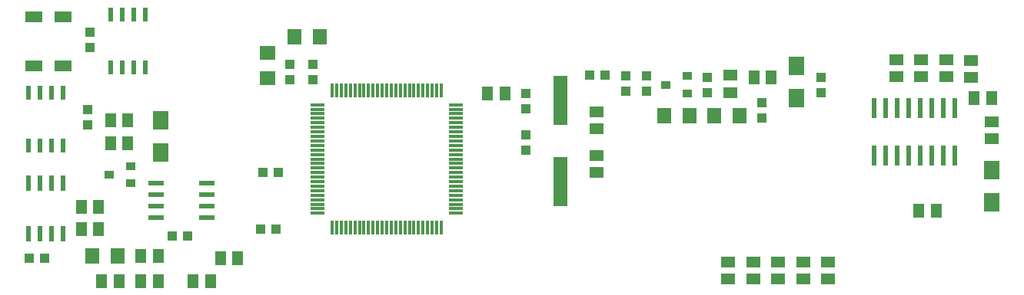
<source format=gtp>
%FSLAX42Y42*%
%MOMM*%
G71*
G01*
G75*
%ADD10C,0.20*%
%ADD11C,0.30*%
%ADD12R,1.00X0.85*%
%ADD13R,1.50X1.30*%
%ADD14R,1.00X1.10*%
%ADD15R,1.30X1.50*%
%ADD16R,1.10X1.00*%
%ADD17R,1.50X5.50*%
%ADD18R,1.80X1.60*%
%ADD19R,1.60X1.80*%
%ADD20R,0.30X1.60*%
%ADD21R,1.60X0.30*%
%ADD22R,1.80X0.60*%
%ADD23R,1.80X2.15*%
%ADD24R,0.60X2.20*%
%ADD25R,0.60X1.55*%
%ADD26R,1.90X1.30*%
%ADD27R,0.60X1.80*%
%ADD28C,0.25*%
%ADD29C,0.50*%
%ADD30C,0.40*%
%ADD31C,1.00*%
%ADD32C,1.50*%
%ADD33R,1.50X1.50*%
%ADD34C,1.60*%
%ADD35C,1.10*%
%ADD36C,0.60*%
%ADD37C,1.00*%
%ADD38C,1.20*%
%ADD39R,1.90X1.00*%
%ADD40R,1.50X1.00*%
%ADD41R,1.90X0.70*%
%ADD42R,2.80X1.50*%
%ADD43C,0.25*%
%ADD44C,0.13*%
%ADD45R,2.80X0.65*%
D12*
X7425Y-1525D02*
D03*
X7185Y-1430D02*
D03*
X7425Y-1335D02*
D03*
X1055Y-2425D02*
D03*
X1295Y-2330D02*
D03*
Y-2520D02*
D03*
D13*
X7900Y-1515D02*
D03*
X8150Y-3385D02*
D03*
Y-3575D02*
D03*
X8425Y-3385D02*
D03*
Y-3575D02*
D03*
X8700Y-3385D02*
D03*
Y-3575D02*
D03*
X8975Y-3385D02*
D03*
Y-3575D02*
D03*
X6425Y-2210D02*
D03*
Y-2400D02*
D03*
Y-1915D02*
D03*
Y-1725D02*
D03*
X7875Y-3385D02*
D03*
Y-3575D02*
D03*
X7900Y-1325D02*
D03*
X9725Y-1340D02*
D03*
Y-1150D02*
D03*
X10000Y-1340D02*
D03*
Y-1150D02*
D03*
X10775Y-1835D02*
D03*
Y-2025D02*
D03*
X10550Y-1160D02*
D03*
Y-1350D02*
D03*
X10275Y-1340D02*
D03*
Y-1150D02*
D03*
D14*
X7650Y-1520D02*
D03*
X5650Y-1980D02*
D03*
Y-2150D02*
D03*
X3050Y-1200D02*
D03*
Y-1370D02*
D03*
X6750Y-1500D02*
D03*
Y-1330D02*
D03*
X8250Y-1625D02*
D03*
Y-1795D02*
D03*
X5650Y-1525D02*
D03*
Y-1695D02*
D03*
X3300Y-1200D02*
D03*
Y-1370D02*
D03*
X6975Y-1500D02*
D03*
Y-1330D02*
D03*
X7650Y-1350D02*
D03*
X825Y-1875D02*
D03*
Y-1705D02*
D03*
X850Y-850D02*
D03*
Y-1020D02*
D03*
X8900Y-1350D02*
D03*
Y-1520D02*
D03*
D15*
X1985Y-3600D02*
D03*
X2175D02*
D03*
X1410D02*
D03*
X1600D02*
D03*
X2285Y-3350D02*
D03*
X2475D02*
D03*
X1410Y-3325D02*
D03*
X1600D02*
D03*
X5415Y-1525D02*
D03*
X5225D02*
D03*
X8160Y-1350D02*
D03*
X8350D02*
D03*
X1165Y-3600D02*
D03*
X975D02*
D03*
X1265Y-2075D02*
D03*
X1075D02*
D03*
X10585Y-1575D02*
D03*
X10775D02*
D03*
X940Y-3025D02*
D03*
X750D02*
D03*
X940Y-2775D02*
D03*
X750D02*
D03*
X10165Y-2825D02*
D03*
X9975D02*
D03*
X1075Y-1825D02*
D03*
X1265D02*
D03*
D16*
X2725Y-3025D02*
D03*
X2895D02*
D03*
X2750Y-2400D02*
D03*
X2920D02*
D03*
X6350Y-1325D02*
D03*
X6520D02*
D03*
X1750Y-3100D02*
D03*
X1920D02*
D03*
X350Y-3350D02*
D03*
X180D02*
D03*
D17*
X6025Y-1600D02*
D03*
Y-2500D02*
D03*
D18*
X2800Y-1355D02*
D03*
Y-1075D02*
D03*
D19*
X7170Y-1775D02*
D03*
X7450D02*
D03*
X8005D02*
D03*
X7725D02*
D03*
X3380Y-900D02*
D03*
X3100D02*
D03*
X1155Y-3325D02*
D03*
X875D02*
D03*
D20*
X4715Y-1490D02*
D03*
X4665D02*
D03*
X4615D02*
D03*
X4565D02*
D03*
X4515D02*
D03*
X4465D02*
D03*
X4415D02*
D03*
X4365D02*
D03*
X4315D02*
D03*
X4265D02*
D03*
X4215D02*
D03*
X4165D02*
D03*
X4115D02*
D03*
X4065D02*
D03*
X4015D02*
D03*
X3965D02*
D03*
X3915D02*
D03*
X3865D02*
D03*
X3815D02*
D03*
X3765D02*
D03*
X3715D02*
D03*
X3665D02*
D03*
X3615D02*
D03*
X3565D02*
D03*
X3515D02*
D03*
X4715Y-3010D02*
D03*
X4665D02*
D03*
X4615D02*
D03*
X4565D02*
D03*
X4515D02*
D03*
X4465D02*
D03*
X4415D02*
D03*
X4365D02*
D03*
X4315D02*
D03*
X4265D02*
D03*
X4215D02*
D03*
X4165D02*
D03*
X4115D02*
D03*
X4065D02*
D03*
X4015D02*
D03*
X3965D02*
D03*
X3915D02*
D03*
X3865D02*
D03*
X3815D02*
D03*
X3765D02*
D03*
X3715D02*
D03*
X3665D02*
D03*
X3615D02*
D03*
X3565D02*
D03*
X3515D02*
D03*
D21*
X4875Y-2850D02*
D03*
Y-2800D02*
D03*
Y-2750D02*
D03*
Y-2700D02*
D03*
Y-2650D02*
D03*
Y-2600D02*
D03*
Y-2550D02*
D03*
Y-2500D02*
D03*
Y-2450D02*
D03*
Y-2400D02*
D03*
Y-2350D02*
D03*
Y-2300D02*
D03*
Y-2250D02*
D03*
Y-2200D02*
D03*
Y-2150D02*
D03*
Y-2100D02*
D03*
Y-2050D02*
D03*
Y-2000D02*
D03*
Y-1950D02*
D03*
Y-1900D02*
D03*
Y-1850D02*
D03*
Y-1800D02*
D03*
Y-1750D02*
D03*
Y-1700D02*
D03*
Y-1650D02*
D03*
X3355Y-2850D02*
D03*
Y-2800D02*
D03*
Y-2750D02*
D03*
Y-2700D02*
D03*
Y-2650D02*
D03*
Y-2600D02*
D03*
Y-2550D02*
D03*
Y-2500D02*
D03*
Y-2450D02*
D03*
Y-2400D02*
D03*
Y-2350D02*
D03*
Y-2300D02*
D03*
Y-2250D02*
D03*
Y-2200D02*
D03*
Y-2150D02*
D03*
Y-2100D02*
D03*
Y-2050D02*
D03*
Y-2000D02*
D03*
Y-1950D02*
D03*
Y-1900D02*
D03*
Y-1850D02*
D03*
Y-1800D02*
D03*
Y-1750D02*
D03*
Y-1700D02*
D03*
Y-1650D02*
D03*
D22*
X2135Y-2900D02*
D03*
Y-2773D02*
D03*
Y-2646D02*
D03*
Y-2519D02*
D03*
X1575Y-2900D02*
D03*
Y-2773D02*
D03*
Y-2646D02*
D03*
Y-2519D02*
D03*
D23*
X1625Y-2175D02*
D03*
Y-1825D02*
D03*
X10775Y-2375D02*
D03*
Y-2725D02*
D03*
X8625Y-1575D02*
D03*
Y-1225D02*
D03*
D24*
X10369Y-1690D02*
D03*
X10243D02*
D03*
X10115D02*
D03*
X9989D02*
D03*
X9861D02*
D03*
X9735D02*
D03*
X9607D02*
D03*
X9481D02*
D03*
X10369Y-2210D02*
D03*
X10243D02*
D03*
X10115D02*
D03*
X9989D02*
D03*
X9861D02*
D03*
X9735D02*
D03*
X9607D02*
D03*
X9481D02*
D03*
D25*
X550Y-1515D02*
D03*
X423D02*
D03*
X296D02*
D03*
X169D02*
D03*
X550Y-2100D02*
D03*
X423D02*
D03*
X296D02*
D03*
X169D02*
D03*
X1075Y-1235D02*
D03*
X1202D02*
D03*
X1329D02*
D03*
X1456D02*
D03*
X1075Y-650D02*
D03*
X1202D02*
D03*
X1329D02*
D03*
X1456D02*
D03*
D26*
X230Y-675D02*
D03*
Y-1225D02*
D03*
X550Y-675D02*
D03*
Y-1225D02*
D03*
D27*
Y-2515D02*
D03*
X423D02*
D03*
X296D02*
D03*
X169D02*
D03*
X550Y-3075D02*
D03*
X423D02*
D03*
X296D02*
D03*
X169D02*
D03*
M02*

</source>
